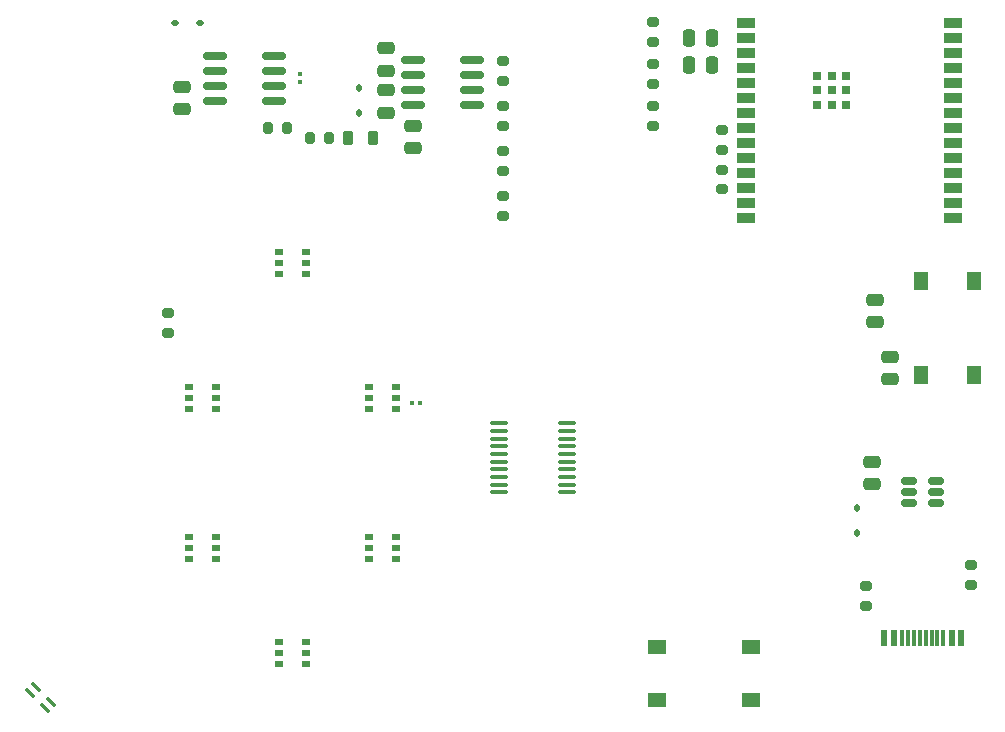
<source format=gbr>
%TF.GenerationSoftware,KiCad,Pcbnew,7.0.9*%
%TF.CreationDate,2024-01-16T00:09:28+01:00*%
%TF.ProjectId,JLCPCB,4a4c4350-4342-42e6-9b69-6361645f7063,1*%
%TF.SameCoordinates,Original*%
%TF.FileFunction,Paste,Top*%
%TF.FilePolarity,Positive*%
%FSLAX46Y46*%
G04 Gerber Fmt 4.6, Leading zero omitted, Abs format (unit mm)*
G04 Created by KiCad (PCBNEW 7.0.9) date 2024-01-16 00:09:28*
%MOMM*%
%LPD*%
G01*
G04 APERTURE LIST*
G04 Aperture macros list*
%AMRoundRect*
0 Rectangle with rounded corners*
0 $1 Rounding radius*
0 $2 $3 $4 $5 $6 $7 $8 $9 X,Y pos of 4 corners*
0 Add a 4 corners polygon primitive as box body*
4,1,4,$2,$3,$4,$5,$6,$7,$8,$9,$2,$3,0*
0 Add four circle primitives for the rounded corners*
1,1,$1+$1,$2,$3*
1,1,$1+$1,$4,$5*
1,1,$1+$1,$6,$7*
1,1,$1+$1,$8,$9*
0 Add four rect primitives between the rounded corners*
20,1,$1+$1,$2,$3,$4,$5,0*
20,1,$1+$1,$4,$5,$6,$7,0*
20,1,$1+$1,$6,$7,$8,$9,0*
20,1,$1+$1,$8,$9,$2,$3,0*%
%AMRotRect*
0 Rectangle, with rotation*
0 The origin of the aperture is its center*
0 $1 length*
0 $2 width*
0 $3 Rotation angle, in degrees counterclockwise*
0 Add horizontal line*
21,1,$1,$2,0,0,$3*%
G04 Aperture macros list end*
%ADD10R,0.600000X1.450000*%
%ADD11R,0.300000X1.450000*%
%ADD12RoundRect,0.200000X0.275000X-0.200000X0.275000X0.200000X-0.275000X0.200000X-0.275000X-0.200000X0*%
%ADD13R,0.700000X0.510000*%
%ADD14RoundRect,0.200000X-0.275000X0.200000X-0.275000X-0.200000X0.275000X-0.200000X0.275000X0.200000X0*%
%ADD15RoundRect,0.250000X0.475000X-0.250000X0.475000X0.250000X-0.475000X0.250000X-0.475000X-0.250000X0*%
%ADD16RoundRect,0.112500X-0.187500X-0.112500X0.187500X-0.112500X0.187500X0.112500X-0.187500X0.112500X0*%
%ADD17RoundRect,0.200000X-0.200000X-0.275000X0.200000X-0.275000X0.200000X0.275000X-0.200000X0.275000X0*%
%ADD18R,1.300000X1.550000*%
%ADD19RoundRect,0.079500X-0.079500X-0.100500X0.079500X-0.100500X0.079500X0.100500X-0.079500X0.100500X0*%
%ADD20RoundRect,0.112500X0.112500X-0.187500X0.112500X0.187500X-0.112500X0.187500X-0.112500X-0.187500X0*%
%ADD21RoundRect,0.250000X-0.475000X0.250000X-0.475000X-0.250000X0.475000X-0.250000X0.475000X0.250000X0*%
%ADD22RoundRect,0.150000X-0.825000X-0.150000X0.825000X-0.150000X0.825000X0.150000X-0.825000X0.150000X0*%
%ADD23RoundRect,0.079500X0.100500X-0.079500X0.100500X0.079500X-0.100500X0.079500X-0.100500X-0.079500X0*%
%ADD24R,1.550000X1.300000*%
%ADD25RotRect,1.000000X0.350000X135.000000*%
%ADD26RoundRect,0.150000X0.512500X0.150000X-0.512500X0.150000X-0.512500X-0.150000X0.512500X-0.150000X0*%
%ADD27R,1.500000X0.900000*%
%ADD28R,0.800000X0.800000*%
%ADD29RoundRect,0.250000X0.250000X0.475000X-0.250000X0.475000X-0.250000X-0.475000X0.250000X-0.475000X0*%
%ADD30RoundRect,0.100000X0.637500X0.100000X-0.637500X0.100000X-0.637500X-0.100000X0.637500X-0.100000X0*%
%ADD31RoundRect,0.112500X-0.112500X0.187500X-0.112500X-0.187500X0.112500X-0.187500X0.112500X0.187500X0*%
%ADD32RoundRect,0.218750X-0.218750X-0.381250X0.218750X-0.381250X0.218750X0.381250X-0.218750X0.381250X0*%
G04 APERTURE END LIST*
D10*
%TO.C,J1*%
X138990000Y-101619000D03*
X139790000Y-101619000D03*
D11*
X140990000Y-101619000D03*
X141990000Y-101619000D03*
X142490000Y-101619000D03*
X143490000Y-101619000D03*
D10*
X144690000Y-101619000D03*
X145490000Y-101619000D03*
X145490000Y-101619000D03*
X144690000Y-101619000D03*
D11*
X143990000Y-101619000D03*
X142990000Y-101619000D03*
X141490000Y-101619000D03*
X140490000Y-101619000D03*
D10*
X139790000Y-101619000D03*
X138990000Y-101619000D03*
%TD*%
D12*
%TO.C,R7*%
X106680000Y-54419000D03*
X106680000Y-52769000D03*
%TD*%
D13*
%TO.C,Q6*%
X82440000Y-82230000D03*
X82440000Y-81280000D03*
X82440000Y-80330000D03*
X80120000Y-80330000D03*
X80120000Y-81280000D03*
X80120000Y-82230000D03*
%TD*%
D14*
%TO.C,R5*%
X106680000Y-60389000D03*
X106680000Y-62039000D03*
%TD*%
D15*
%TO.C,C3*%
X137922000Y-88580000D03*
X137922000Y-86680000D03*
%TD*%
D12*
%TO.C,R10*%
X119380000Y-58229000D03*
X119380000Y-56579000D03*
%TD*%
D16*
%TO.C,D2*%
X78960000Y-49530000D03*
X81060000Y-49530000D03*
%TD*%
D17*
%TO.C,R13*%
X86805000Y-58420000D03*
X88455000Y-58420000D03*
%TD*%
D18*
%TO.C,SW2*%
X146558000Y-71374000D03*
X146558000Y-79324000D03*
X142058000Y-71374000D03*
X142058000Y-79324000D03*
%TD*%
D13*
%TO.C,Q3*%
X97680000Y-94930000D03*
X97680000Y-93980000D03*
X97680000Y-93030000D03*
X95360000Y-93030000D03*
X95360000Y-93980000D03*
X95360000Y-94930000D03*
%TD*%
D19*
%TO.C,R15*%
X98994400Y-81737200D03*
X99684400Y-81737200D03*
%TD*%
D15*
%TO.C,C7*%
X138176000Y-74864000D03*
X138176000Y-72964000D03*
%TD*%
D20*
%TO.C,D1*%
X136652000Y-92744000D03*
X136652000Y-90644000D03*
%TD*%
D21*
%TO.C,C8*%
X139446000Y-77790000D03*
X139446000Y-79690000D03*
%TD*%
%TO.C,C5*%
X96774000Y-55250000D03*
X96774000Y-57150000D03*
%TD*%
D14*
%TO.C,R16*%
X119380000Y-49467000D03*
X119380000Y-51117000D03*
%TD*%
%TO.C,R1*%
X137414000Y-97219000D03*
X137414000Y-98869000D03*
%TD*%
D22*
%TO.C,VR1*%
X99125000Y-52705000D03*
X99125000Y-53975000D03*
X99125000Y-55245000D03*
X99125000Y-56515000D03*
X104075000Y-56515000D03*
X104075000Y-55245000D03*
X104075000Y-53975000D03*
X104075000Y-52705000D03*
%TD*%
D23*
%TO.C,R11*%
X89535000Y-54574000D03*
X89535000Y-53884000D03*
%TD*%
D24*
%TO.C,SW1*%
X127673000Y-106898000D03*
X119723000Y-106898000D03*
X127673000Y-102398000D03*
X119723000Y-102398000D03*
%TD*%
D21*
%TO.C,C6*%
X99060000Y-58232000D03*
X99060000Y-60132000D03*
%TD*%
D15*
%TO.C,C4*%
X96774000Y-53594000D03*
X96774000Y-51694000D03*
%TD*%
D25*
%TO.C,*%
X67947792Y-107571792D03*
X68442766Y-107076818D03*
X67169974Y-105804026D03*
X66675000Y-106299000D03*
%TD*%
D13*
%TO.C,Q1*%
X82440000Y-94930000D03*
X82440000Y-93980000D03*
X82440000Y-93030000D03*
X80120000Y-93030000D03*
X80120000Y-93980000D03*
X80120000Y-94930000D03*
%TD*%
D12*
%TO.C,R8*%
X106680000Y-58229000D03*
X106680000Y-56579000D03*
%TD*%
D14*
%TO.C,R6*%
X106680000Y-64199000D03*
X106680000Y-65849000D03*
%TD*%
D13*
%TO.C,Q5*%
X90060000Y-70800000D03*
X90060000Y-69850000D03*
X90060000Y-68900000D03*
X87740000Y-68900000D03*
X87740000Y-69850000D03*
X87740000Y-70800000D03*
%TD*%
D14*
%TO.C,R14*%
X125222000Y-58611000D03*
X125222000Y-60261000D03*
%TD*%
D17*
%TO.C,R12*%
X90329000Y-59309000D03*
X91979000Y-59309000D03*
%TD*%
D22*
%TO.C,U5*%
X82329000Y-52324000D03*
X82329000Y-53594000D03*
X82329000Y-54864000D03*
X82329000Y-56134000D03*
X87279000Y-56134000D03*
X87279000Y-54864000D03*
X87279000Y-53594000D03*
X87279000Y-52324000D03*
%TD*%
D13*
%TO.C,Q2*%
X90060000Y-103820000D03*
X90060000Y-102870000D03*
X90060000Y-101920000D03*
X87740000Y-101920000D03*
X87740000Y-102870000D03*
X87740000Y-103820000D03*
%TD*%
D21*
%TO.C,C10*%
X79502000Y-54930000D03*
X79502000Y-56830000D03*
%TD*%
D26*
%TO.C,U6*%
X143374500Y-90227000D03*
X143374500Y-89277000D03*
X143374500Y-88327000D03*
X141099500Y-88327000D03*
X141099500Y-89277000D03*
X141099500Y-90227000D03*
%TD*%
D27*
%TO.C,U1*%
X127280000Y-49530000D03*
X127280000Y-50800000D03*
X127280000Y-52070000D03*
X127280000Y-53340000D03*
X127280000Y-54610000D03*
X127280000Y-55880000D03*
X127280000Y-57150000D03*
X127280000Y-58420000D03*
X127280000Y-59690000D03*
X127280000Y-60960000D03*
X127280000Y-62230000D03*
X127280000Y-63500000D03*
X127280000Y-64770000D03*
X127280000Y-66040000D03*
X144780000Y-66040000D03*
X144780000Y-64770000D03*
X144780000Y-63500000D03*
X144780000Y-62230000D03*
X144780000Y-60960000D03*
X144780000Y-59690000D03*
X144780000Y-58420000D03*
X144780000Y-57150000D03*
X144780000Y-55880000D03*
X144780000Y-54610000D03*
X144780000Y-53340000D03*
X144780000Y-52070000D03*
X144780000Y-50800000D03*
X144780000Y-49530000D03*
D28*
X133275000Y-54000000D03*
X133275000Y-55250000D03*
X133275000Y-56500000D03*
X134525000Y-54000000D03*
X134525000Y-55250000D03*
X134525000Y-56500000D03*
X135775000Y-54000000D03*
X135775000Y-55250000D03*
X135775000Y-56500000D03*
%TD*%
D12*
%TO.C,R9*%
X119380000Y-54673000D03*
X119380000Y-53023000D03*
%TD*%
D29*
%TO.C,C1*%
X124394000Y-50800000D03*
X122494000Y-50800000D03*
%TD*%
D30*
%TO.C,U3*%
X112082500Y-89285000D03*
X112082500Y-88635000D03*
X112082500Y-87985000D03*
X112082500Y-87335000D03*
X112082500Y-86685000D03*
X112082500Y-86035000D03*
X112082500Y-85385000D03*
X112082500Y-84735000D03*
X112082500Y-84085000D03*
X112082500Y-83435000D03*
X106357500Y-83435000D03*
X106357500Y-84085000D03*
X106357500Y-84735000D03*
X106357500Y-85385000D03*
X106357500Y-86035000D03*
X106357500Y-86685000D03*
X106357500Y-87335000D03*
X106357500Y-87985000D03*
X106357500Y-88635000D03*
X106357500Y-89285000D03*
%TD*%
D13*
%TO.C,Q4*%
X97680000Y-82230000D03*
X97680000Y-81280000D03*
X97680000Y-80330000D03*
X95360000Y-80330000D03*
X95360000Y-81280000D03*
X95360000Y-82230000D03*
%TD*%
D31*
%TO.C,D3*%
X94488000Y-55084000D03*
X94488000Y-57184000D03*
%TD*%
D14*
%TO.C,R4*%
X78359000Y-74105000D03*
X78359000Y-75755000D03*
%TD*%
D32*
%TO.C,L2*%
X93601000Y-59309000D03*
X95726000Y-59309000D03*
%TD*%
D29*
%TO.C,C2*%
X124394000Y-53086000D03*
X122494000Y-53086000D03*
%TD*%
D14*
%TO.C,R3*%
X125222000Y-61975000D03*
X125222000Y-63625000D03*
%TD*%
D12*
%TO.C,R2*%
X146304000Y-97102000D03*
X146304000Y-95452000D03*
%TD*%
M02*

</source>
